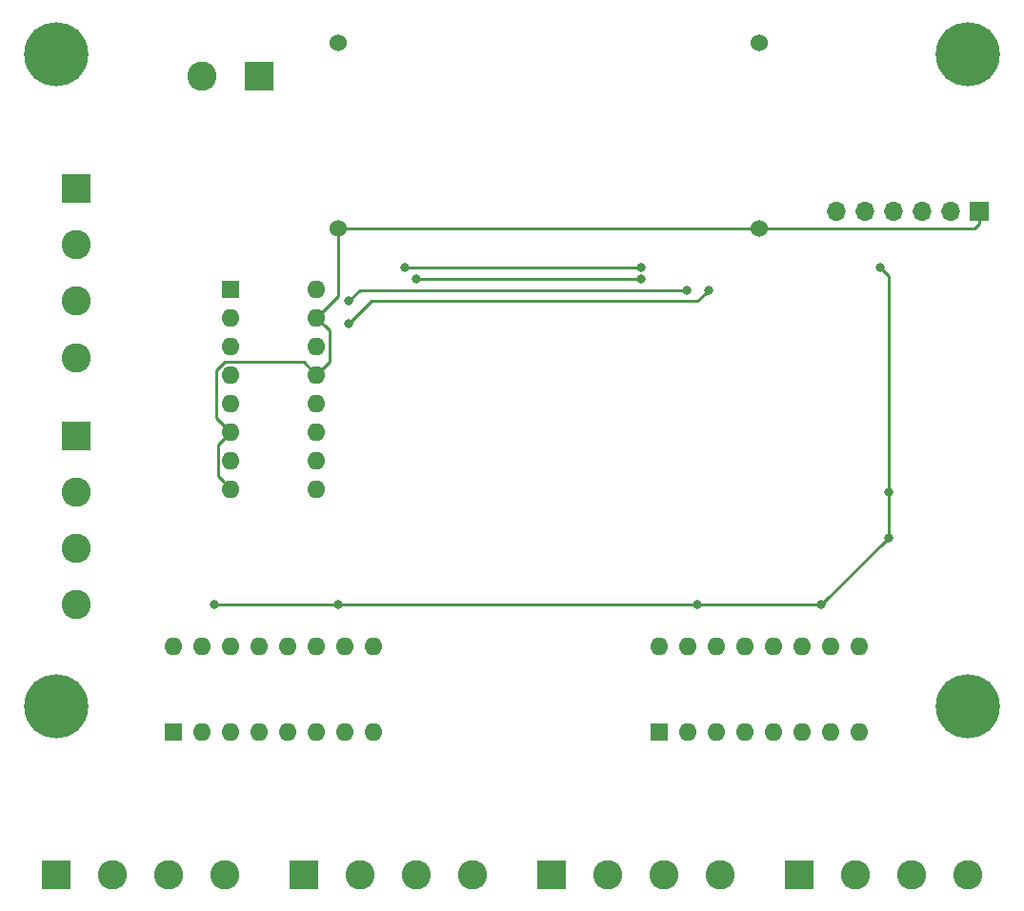
<source format=gbl>
G04 #@! TF.GenerationSoftware,KiCad,Pcbnew,5.0.2-bee76a0~70~ubuntu18.10.1*
G04 #@! TF.CreationDate,2019-05-13T16:40:49+01:00*
G04 #@! TF.ProjectId,alarm-monitor,616c6172-6d2d-46d6-9f6e-69746f722e6b,rev?*
G04 #@! TF.SameCoordinates,Original*
G04 #@! TF.FileFunction,Copper,L2,Bot*
G04 #@! TF.FilePolarity,Positive*
%FSLAX46Y46*%
G04 Gerber Fmt 4.6, Leading zero omitted, Abs format (unit mm)*
G04 Created by KiCad (PCBNEW 5.0.2-bee76a0~70~ubuntu18.10.1) date Mon 13 May 2019 16:40:49 BST*
%MOMM*%
%LPD*%
G01*
G04 APERTURE LIST*
G04 #@! TA.AperFunction,ComponentPad*
%ADD10C,5.700000*%
G04 #@! TD*
G04 #@! TA.AperFunction,ComponentPad*
%ADD11R,2.600000X2.600000*%
G04 #@! TD*
G04 #@! TA.AperFunction,ComponentPad*
%ADD12C,2.600000*%
G04 #@! TD*
G04 #@! TA.AperFunction,ComponentPad*
%ADD13C,1.524000*%
G04 #@! TD*
G04 #@! TA.AperFunction,ComponentPad*
%ADD14R,1.700000X1.700000*%
G04 #@! TD*
G04 #@! TA.AperFunction,ComponentPad*
%ADD15O,1.700000X1.700000*%
G04 #@! TD*
G04 #@! TA.AperFunction,ComponentPad*
%ADD16R,1.600000X1.600000*%
G04 #@! TD*
G04 #@! TA.AperFunction,ComponentPad*
%ADD17O,1.600000X1.600000*%
G04 #@! TD*
G04 #@! TA.AperFunction,ViaPad*
%ADD18C,0.800000*%
G04 #@! TD*
G04 #@! TA.AperFunction,Conductor*
%ADD19C,0.250000*%
G04 #@! TD*
G04 APERTURE END LIST*
D10*
G04 #@! TO.P,REF\002A\002A,*
G04 #@! TO.N,*
X129000000Y-126000000D03*
G04 #@! TD*
G04 #@! TO.P,REF\002A\002A,*
G04 #@! TO.N,*
X48000000Y-126000000D03*
G04 #@! TD*
G04 #@! TO.P,REF\002A\002A,*
G04 #@! TO.N,*
X48000000Y-68000000D03*
G04 #@! TD*
D11*
G04 #@! TO.P,J1,1*
G04 #@! TO.N,+12V*
X66000000Y-70000000D03*
D12*
G04 #@! TO.P,J1,2*
G04 #@! TO.N,GND*
X60920000Y-70000000D03*
G04 #@! TD*
G04 #@! TO.P,J2,4*
G04 #@! TO.N,Net-(J2-Pad4)*
X63000000Y-141000000D03*
G04 #@! TO.P,J2,3*
G04 #@! TO.N,Net-(J2-Pad3)*
X58000000Y-141000000D03*
G04 #@! TO.P,J2,2*
G04 #@! TO.N,Net-(J2-Pad2)*
X53000000Y-141000000D03*
D11*
G04 #@! TO.P,J2,1*
G04 #@! TO.N,Net-(J2-Pad1)*
X48000000Y-141000000D03*
G04 #@! TD*
G04 #@! TO.P,J3,1*
G04 #@! TO.N,Net-(J3-Pad1)*
X70000000Y-141000000D03*
D12*
G04 #@! TO.P,J3,2*
G04 #@! TO.N,Net-(J3-Pad2)*
X75000000Y-141000000D03*
G04 #@! TO.P,J3,3*
G04 #@! TO.N,Net-(J3-Pad3)*
X80000000Y-141000000D03*
G04 #@! TO.P,J3,4*
G04 #@! TO.N,Net-(J3-Pad4)*
X85000000Y-141000000D03*
G04 #@! TD*
D11*
G04 #@! TO.P,J4,1*
G04 #@! TO.N,Net-(J4-Pad1)*
X92000000Y-141000000D03*
D12*
G04 #@! TO.P,J4,2*
G04 #@! TO.N,Net-(J4-Pad2)*
X97000000Y-141000000D03*
G04 #@! TO.P,J4,3*
G04 #@! TO.N,Net-(J4-Pad3)*
X102000000Y-141000000D03*
G04 #@! TO.P,J4,4*
G04 #@! TO.N,Net-(J4-Pad4)*
X107000000Y-141000000D03*
G04 #@! TD*
G04 #@! TO.P,J5,4*
G04 #@! TO.N,Net-(J5-Pad4)*
X129000000Y-141000000D03*
G04 #@! TO.P,J5,3*
G04 #@! TO.N,Net-(J5-Pad3)*
X124000000Y-141000000D03*
G04 #@! TO.P,J5,2*
G04 #@! TO.N,Net-(J5-Pad2)*
X119000000Y-141000000D03*
D11*
G04 #@! TO.P,J5,1*
G04 #@! TO.N,Net-(J5-Pad1)*
X114000000Y-141000000D03*
G04 #@! TD*
G04 #@! TO.P,J6,1*
G04 #@! TO.N,Net-(J6-Pad1)*
X49750000Y-80000000D03*
D12*
G04 #@! TO.P,J6,2*
G04 #@! TO.N,Net-(J6-Pad2)*
X49750000Y-85000000D03*
G04 #@! TO.P,J6,3*
G04 #@! TO.N,Net-(J6-Pad3)*
X49750000Y-90000000D03*
G04 #@! TO.P,J6,4*
G04 #@! TO.N,Net-(J6-Pad4)*
X49750000Y-95000000D03*
G04 #@! TD*
G04 #@! TO.P,J7,4*
G04 #@! TO.N,Net-(J7-Pad4)*
X49750000Y-117000000D03*
G04 #@! TO.P,J7,3*
G04 #@! TO.N,Net-(J7-Pad3)*
X49750000Y-112000000D03*
G04 #@! TO.P,J7,2*
G04 #@! TO.N,Net-(J7-Pad2)*
X49750000Y-107000000D03*
D11*
G04 #@! TO.P,J7,1*
G04 #@! TO.N,Net-(J7-Pad1)*
X49750000Y-102000000D03*
G04 #@! TD*
D13*
G04 #@! TO.P,U4,1*
G04 #@! TO.N,+12V*
X73000000Y-67000000D03*
G04 #@! TO.P,U4,3*
G04 #@! TO.N,+3V3*
X110500000Y-67000000D03*
G04 #@! TO.P,U4,4*
G04 #@! TO.N,GND*
X110500000Y-83500000D03*
G04 #@! TO.P,U4,2*
X73000000Y-83500000D03*
G04 #@! TD*
D14*
G04 #@! TO.P,J8,1*
G04 #@! TO.N,GND*
X130000000Y-82000000D03*
D15*
G04 #@! TO.P,J8,2*
G04 #@! TO.N,Net-(J8-Pad2)*
X127460000Y-82000000D03*
G04 #@! TO.P,J8,3*
G04 #@! TO.N,+3V3*
X124920000Y-82000000D03*
G04 #@! TO.P,J8,4*
G04 #@! TO.N,RXDI*
X122380000Y-82000000D03*
G04 #@! TO.P,J8,5*
G04 #@! TO.N,TXDO*
X119840000Y-82000000D03*
G04 #@! TO.P,J8,6*
G04 #@! TO.N,Net-(J8-Pad6)*
X117300000Y-82000000D03*
G04 #@! TD*
D10*
G04 #@! TO.P,REF\002A\002A,*
G04 #@! TO.N,*
X129000000Y-68000000D03*
G04 #@! TD*
D16*
G04 #@! TO.P,U1,1*
G04 #@! TO.N,Net-(R1-Pad1)*
X58420000Y-128270000D03*
D17*
G04 #@! TO.P,U1,9*
G04 #@! TO.N,GND*
X76200000Y-120650000D03*
G04 #@! TO.P,U1,2*
G04 #@! TO.N,Net-(J2-Pad2)*
X60960000Y-128270000D03*
G04 #@! TO.P,U1,10*
G04 #@! TO.N,ZONE4*
X73660000Y-120650000D03*
G04 #@! TO.P,U1,3*
G04 #@! TO.N,Net-(R2-Pad1)*
X63500000Y-128270000D03*
G04 #@! TO.P,U1,11*
G04 #@! TO.N,GND*
X71120000Y-120650000D03*
G04 #@! TO.P,U1,4*
G04 #@! TO.N,Net-(J2-Pad4)*
X66040000Y-128270000D03*
G04 #@! TO.P,U1,12*
G04 #@! TO.N,ZONE3*
X68580000Y-120650000D03*
G04 #@! TO.P,U1,5*
G04 #@! TO.N,Net-(R3-Pad1)*
X68580000Y-128270000D03*
G04 #@! TO.P,U1,13*
G04 #@! TO.N,GND*
X66040000Y-120650000D03*
G04 #@! TO.P,U1,6*
G04 #@! TO.N,Net-(J3-Pad2)*
X71120000Y-128270000D03*
G04 #@! TO.P,U1,14*
G04 #@! TO.N,ZONE2*
X63500000Y-120650000D03*
G04 #@! TO.P,U1,7*
G04 #@! TO.N,Net-(R4-Pad1)*
X73660000Y-128270000D03*
G04 #@! TO.P,U1,15*
G04 #@! TO.N,GND*
X60960000Y-120650000D03*
G04 #@! TO.P,U1,8*
G04 #@! TO.N,Net-(J3-Pad4)*
X76200000Y-128270000D03*
G04 #@! TO.P,U1,16*
G04 #@! TO.N,ZONE1*
X58420000Y-120650000D03*
G04 #@! TD*
G04 #@! TO.P,U2,16*
G04 #@! TO.N,ZONE5*
X101600000Y-120650000D03*
G04 #@! TO.P,U2,8*
G04 #@! TO.N,Net-(J5-Pad4)*
X119380000Y-128270000D03*
G04 #@! TO.P,U2,15*
G04 #@! TO.N,GND*
X104140000Y-120650000D03*
G04 #@! TO.P,U2,7*
G04 #@! TO.N,Net-(R8-Pad1)*
X116840000Y-128270000D03*
G04 #@! TO.P,U2,14*
G04 #@! TO.N,ZONE6*
X106680000Y-120650000D03*
G04 #@! TO.P,U2,6*
G04 #@! TO.N,Net-(J5-Pad2)*
X114300000Y-128270000D03*
G04 #@! TO.P,U2,13*
G04 #@! TO.N,GND*
X109220000Y-120650000D03*
G04 #@! TO.P,U2,5*
G04 #@! TO.N,Net-(R7-Pad1)*
X111760000Y-128270000D03*
G04 #@! TO.P,U2,12*
G04 #@! TO.N,ZONE7*
X111760000Y-120650000D03*
G04 #@! TO.P,U2,4*
G04 #@! TO.N,Net-(J4-Pad4)*
X109220000Y-128270000D03*
G04 #@! TO.P,U2,11*
G04 #@! TO.N,GND*
X114300000Y-120650000D03*
G04 #@! TO.P,U2,3*
G04 #@! TO.N,Net-(R6-Pad1)*
X106680000Y-128270000D03*
G04 #@! TO.P,U2,10*
G04 #@! TO.N,ZONE8*
X116840000Y-120650000D03*
G04 #@! TO.P,U2,2*
G04 #@! TO.N,Net-(J4-Pad2)*
X104140000Y-128270000D03*
G04 #@! TO.P,U2,9*
G04 #@! TO.N,GND*
X119380000Y-120650000D03*
D16*
G04 #@! TO.P,U2,1*
G04 #@! TO.N,Net-(R5-Pad1)*
X101600000Y-128270000D03*
G04 #@! TD*
G04 #@! TO.P,U3,1*
G04 #@! TO.N,Net-(R9-Pad1)*
X63500000Y-88900000D03*
D17*
G04 #@! TO.P,U3,9*
G04 #@! TO.N,Net-(J7-Pad4)*
X71120000Y-106680000D03*
G04 #@! TO.P,U3,2*
G04 #@! TO.N,Net-(J6-Pad2)*
X63500000Y-91440000D03*
G04 #@! TO.P,U3,10*
G04 #@! TO.N,Net-(J7-Pad3)*
X71120000Y-104140000D03*
G04 #@! TO.P,U3,3*
G04 #@! TO.N,Net-(R10-Pad1)*
X63500000Y-93980000D03*
G04 #@! TO.P,U3,11*
G04 #@! TO.N,Net-(J7-Pad2)*
X71120000Y-101600000D03*
G04 #@! TO.P,U3,4*
G04 #@! TO.N,Net-(J6-Pad4)*
X63500000Y-96520000D03*
G04 #@! TO.P,U3,12*
G04 #@! TO.N,Net-(J7-Pad1)*
X71120000Y-99060000D03*
G04 #@! TO.P,U3,5*
G04 #@! TO.N,Net-(R25-Pad2)*
X63500000Y-99060000D03*
G04 #@! TO.P,U3,13*
G04 #@! TO.N,GND*
X71120000Y-96520000D03*
G04 #@! TO.P,U3,6*
X63500000Y-101600000D03*
G04 #@! TO.P,U3,14*
G04 #@! TO.N,CLK_IN*
X71120000Y-93980000D03*
G04 #@! TO.P,U3,7*
G04 #@! TO.N,Net-(R26-Pad2)*
X63500000Y-104140000D03*
G04 #@! TO.P,U3,15*
G04 #@! TO.N,GND*
X71120000Y-91440000D03*
G04 #@! TO.P,U3,8*
X63500000Y-106680000D03*
G04 #@! TO.P,U3,16*
G04 #@! TO.N,DATA_IN*
X71120000Y-88900000D03*
G04 #@! TD*
D18*
G04 #@! TO.N,+3V3*
X122000000Y-111000000D03*
X122000000Y-107000000D03*
X116000000Y-117000000D03*
X105000000Y-117000000D03*
X73000000Y-117000000D03*
X62000000Y-117000000D03*
X121250000Y-87000000D03*
G04 #@! TO.N,DATA_IN*
X74000000Y-90000000D03*
X104000000Y-89000000D03*
G04 #@! TO.N,CLK_IN*
X74000000Y-92000000D03*
X106000000Y-89000000D03*
G04 #@! TO.N,DATA_OUT*
X79000000Y-87000000D03*
X100000000Y-87000000D03*
G04 #@! TO.N,CLK_OUT*
X80000000Y-88000000D03*
X100000000Y-88000000D03*
G04 #@! TD*
D19*
G04 #@! TO.N,GND*
X130000000Y-83100000D02*
X130000000Y-82000000D01*
X129600000Y-83500000D02*
X130000000Y-83100000D01*
X110500000Y-83500000D02*
X129600000Y-83500000D01*
X73000000Y-83500000D02*
X110500000Y-83500000D01*
X71919999Y-92239999D02*
X71120000Y-91440000D01*
X72245001Y-92565001D02*
X71919999Y-92239999D01*
X72245001Y-95394999D02*
X72245001Y-92565001D01*
X71120000Y-96520000D02*
X72245001Y-95394999D01*
X62700001Y-105880001D02*
X63500000Y-106680000D01*
X62374999Y-105554999D02*
X62700001Y-105880001D01*
X62374999Y-102725001D02*
X62374999Y-105554999D01*
X63500000Y-101600000D02*
X62374999Y-102725001D01*
X71120000Y-96520000D02*
X69994999Y-95394999D01*
X62959999Y-95394999D02*
X62230000Y-96124998D01*
X69994999Y-95394999D02*
X62959999Y-95394999D01*
X62230000Y-100330000D02*
X63500000Y-101600000D01*
X62230000Y-96124998D02*
X62230000Y-100330000D01*
X73000000Y-89560000D02*
X71120000Y-91440000D01*
X73000000Y-83500000D02*
X73000000Y-89560000D01*
G04 #@! TO.N,+3V3*
X122000000Y-111000000D02*
X122000000Y-107000000D01*
X122000000Y-111000000D02*
X116000000Y-117000000D01*
X116000000Y-117000000D02*
X105000000Y-117000000D01*
X105000000Y-117000000D02*
X73000000Y-117000000D01*
X73000000Y-117000000D02*
X62000000Y-117000000D01*
X122000000Y-87750000D02*
X121250000Y-87000000D01*
X122000000Y-107000000D02*
X122000000Y-87750000D01*
G04 #@! TO.N,DATA_IN*
X74000000Y-90000000D02*
X75000000Y-89000000D01*
X75000000Y-89000000D02*
X104000000Y-89000000D01*
G04 #@! TO.N,CLK_IN*
X105600001Y-89399999D02*
X106000000Y-89000000D01*
X105000000Y-90000000D02*
X105600001Y-89399999D01*
X76000000Y-90000000D02*
X105000000Y-90000000D01*
X74000000Y-92000000D02*
X76000000Y-90000000D01*
G04 #@! TO.N,DATA_OUT*
X79000000Y-87000000D02*
X100000000Y-87000000D01*
G04 #@! TO.N,CLK_OUT*
X80000000Y-88000000D02*
X100000000Y-88000000D01*
G04 #@! TD*
M02*

</source>
